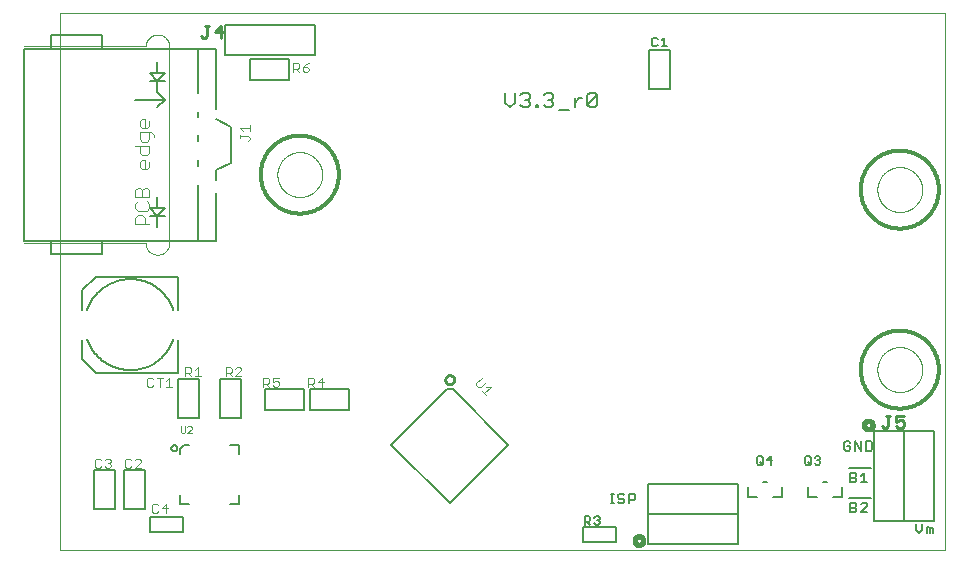
<source format=gto>
G75*
%MOIN*%
%OFA0B0*%
%FSLAX25Y25*%
%IPPOS*%
%LPD*%
%AMOC8*
5,1,8,0,0,1.08239X$1,22.5*
%
%ADD10C,0.00000*%
%ADD11C,0.00800*%
%ADD12C,0.01200*%
%ADD13C,0.01600*%
%ADD14C,0.00600*%
%ADD15C,0.01000*%
%ADD16C,0.00400*%
%ADD17C,0.00500*%
%ADD18C,0.00700*%
%ADD19C,0.00100*%
%ADD20C,0.00200*%
D10*
X0013250Y0007846D02*
X0013250Y0186547D01*
X0308171Y0186547D01*
X0308171Y0007846D01*
X0013250Y0007846D01*
X0085775Y0132846D02*
X0085777Y0133029D01*
X0085784Y0133213D01*
X0085795Y0133396D01*
X0085811Y0133579D01*
X0085831Y0133761D01*
X0085856Y0133943D01*
X0085885Y0134124D01*
X0085919Y0134304D01*
X0085957Y0134484D01*
X0085999Y0134662D01*
X0086046Y0134840D01*
X0086097Y0135016D01*
X0086152Y0135191D01*
X0086212Y0135364D01*
X0086276Y0135536D01*
X0086344Y0135707D01*
X0086416Y0135875D01*
X0086493Y0136042D01*
X0086573Y0136207D01*
X0086658Y0136370D01*
X0086746Y0136530D01*
X0086838Y0136689D01*
X0086935Y0136845D01*
X0087035Y0136999D01*
X0087139Y0137150D01*
X0087246Y0137299D01*
X0087357Y0137445D01*
X0087472Y0137588D01*
X0087590Y0137728D01*
X0087711Y0137866D01*
X0087836Y0138000D01*
X0087964Y0138132D01*
X0088096Y0138260D01*
X0088230Y0138385D01*
X0088368Y0138506D01*
X0088508Y0138624D01*
X0088651Y0138739D01*
X0088797Y0138850D01*
X0088946Y0138957D01*
X0089097Y0139061D01*
X0089251Y0139161D01*
X0089407Y0139258D01*
X0089566Y0139350D01*
X0089726Y0139438D01*
X0089889Y0139523D01*
X0090054Y0139603D01*
X0090221Y0139680D01*
X0090389Y0139752D01*
X0090560Y0139820D01*
X0090732Y0139884D01*
X0090905Y0139944D01*
X0091080Y0139999D01*
X0091256Y0140050D01*
X0091434Y0140097D01*
X0091612Y0140139D01*
X0091792Y0140177D01*
X0091972Y0140211D01*
X0092153Y0140240D01*
X0092335Y0140265D01*
X0092517Y0140285D01*
X0092700Y0140301D01*
X0092883Y0140312D01*
X0093067Y0140319D01*
X0093250Y0140321D01*
X0093433Y0140319D01*
X0093617Y0140312D01*
X0093800Y0140301D01*
X0093983Y0140285D01*
X0094165Y0140265D01*
X0094347Y0140240D01*
X0094528Y0140211D01*
X0094708Y0140177D01*
X0094888Y0140139D01*
X0095066Y0140097D01*
X0095244Y0140050D01*
X0095420Y0139999D01*
X0095595Y0139944D01*
X0095768Y0139884D01*
X0095940Y0139820D01*
X0096111Y0139752D01*
X0096279Y0139680D01*
X0096446Y0139603D01*
X0096611Y0139523D01*
X0096774Y0139438D01*
X0096934Y0139350D01*
X0097093Y0139258D01*
X0097249Y0139161D01*
X0097403Y0139061D01*
X0097554Y0138957D01*
X0097703Y0138850D01*
X0097849Y0138739D01*
X0097992Y0138624D01*
X0098132Y0138506D01*
X0098270Y0138385D01*
X0098404Y0138260D01*
X0098536Y0138132D01*
X0098664Y0138000D01*
X0098789Y0137866D01*
X0098910Y0137728D01*
X0099028Y0137588D01*
X0099143Y0137445D01*
X0099254Y0137299D01*
X0099361Y0137150D01*
X0099465Y0136999D01*
X0099565Y0136845D01*
X0099662Y0136689D01*
X0099754Y0136530D01*
X0099842Y0136370D01*
X0099927Y0136207D01*
X0100007Y0136042D01*
X0100084Y0135875D01*
X0100156Y0135707D01*
X0100224Y0135536D01*
X0100288Y0135364D01*
X0100348Y0135191D01*
X0100403Y0135016D01*
X0100454Y0134840D01*
X0100501Y0134662D01*
X0100543Y0134484D01*
X0100581Y0134304D01*
X0100615Y0134124D01*
X0100644Y0133943D01*
X0100669Y0133761D01*
X0100689Y0133579D01*
X0100705Y0133396D01*
X0100716Y0133213D01*
X0100723Y0133029D01*
X0100725Y0132846D01*
X0100723Y0132663D01*
X0100716Y0132479D01*
X0100705Y0132296D01*
X0100689Y0132113D01*
X0100669Y0131931D01*
X0100644Y0131749D01*
X0100615Y0131568D01*
X0100581Y0131388D01*
X0100543Y0131208D01*
X0100501Y0131030D01*
X0100454Y0130852D01*
X0100403Y0130676D01*
X0100348Y0130501D01*
X0100288Y0130328D01*
X0100224Y0130156D01*
X0100156Y0129985D01*
X0100084Y0129817D01*
X0100007Y0129650D01*
X0099927Y0129485D01*
X0099842Y0129322D01*
X0099754Y0129162D01*
X0099662Y0129003D01*
X0099565Y0128847D01*
X0099465Y0128693D01*
X0099361Y0128542D01*
X0099254Y0128393D01*
X0099143Y0128247D01*
X0099028Y0128104D01*
X0098910Y0127964D01*
X0098789Y0127826D01*
X0098664Y0127692D01*
X0098536Y0127560D01*
X0098404Y0127432D01*
X0098270Y0127307D01*
X0098132Y0127186D01*
X0097992Y0127068D01*
X0097849Y0126953D01*
X0097703Y0126842D01*
X0097554Y0126735D01*
X0097403Y0126631D01*
X0097249Y0126531D01*
X0097093Y0126434D01*
X0096934Y0126342D01*
X0096774Y0126254D01*
X0096611Y0126169D01*
X0096446Y0126089D01*
X0096279Y0126012D01*
X0096111Y0125940D01*
X0095940Y0125872D01*
X0095768Y0125808D01*
X0095595Y0125748D01*
X0095420Y0125693D01*
X0095244Y0125642D01*
X0095066Y0125595D01*
X0094888Y0125553D01*
X0094708Y0125515D01*
X0094528Y0125481D01*
X0094347Y0125452D01*
X0094165Y0125427D01*
X0093983Y0125407D01*
X0093800Y0125391D01*
X0093617Y0125380D01*
X0093433Y0125373D01*
X0093250Y0125371D01*
X0093067Y0125373D01*
X0092883Y0125380D01*
X0092700Y0125391D01*
X0092517Y0125407D01*
X0092335Y0125427D01*
X0092153Y0125452D01*
X0091972Y0125481D01*
X0091792Y0125515D01*
X0091612Y0125553D01*
X0091434Y0125595D01*
X0091256Y0125642D01*
X0091080Y0125693D01*
X0090905Y0125748D01*
X0090732Y0125808D01*
X0090560Y0125872D01*
X0090389Y0125940D01*
X0090221Y0126012D01*
X0090054Y0126089D01*
X0089889Y0126169D01*
X0089726Y0126254D01*
X0089566Y0126342D01*
X0089407Y0126434D01*
X0089251Y0126531D01*
X0089097Y0126631D01*
X0088946Y0126735D01*
X0088797Y0126842D01*
X0088651Y0126953D01*
X0088508Y0127068D01*
X0088368Y0127186D01*
X0088230Y0127307D01*
X0088096Y0127432D01*
X0087964Y0127560D01*
X0087836Y0127692D01*
X0087711Y0127826D01*
X0087590Y0127964D01*
X0087472Y0128104D01*
X0087357Y0128247D01*
X0087246Y0128393D01*
X0087139Y0128542D01*
X0087035Y0128693D01*
X0086935Y0128847D01*
X0086838Y0129003D01*
X0086746Y0129162D01*
X0086658Y0129322D01*
X0086573Y0129485D01*
X0086493Y0129650D01*
X0086416Y0129817D01*
X0086344Y0129985D01*
X0086276Y0130156D01*
X0086212Y0130328D01*
X0086152Y0130501D01*
X0086097Y0130676D01*
X0086046Y0130852D01*
X0085999Y0131030D01*
X0085957Y0131208D01*
X0085919Y0131388D01*
X0085885Y0131568D01*
X0085856Y0131749D01*
X0085831Y0131931D01*
X0085811Y0132113D01*
X0085795Y0132296D01*
X0085784Y0132479D01*
X0085777Y0132663D01*
X0085775Y0132846D01*
X0285775Y0127846D02*
X0285777Y0128029D01*
X0285784Y0128213D01*
X0285795Y0128396D01*
X0285811Y0128579D01*
X0285831Y0128761D01*
X0285856Y0128943D01*
X0285885Y0129124D01*
X0285919Y0129304D01*
X0285957Y0129484D01*
X0285999Y0129662D01*
X0286046Y0129840D01*
X0286097Y0130016D01*
X0286152Y0130191D01*
X0286212Y0130364D01*
X0286276Y0130536D01*
X0286344Y0130707D01*
X0286416Y0130875D01*
X0286493Y0131042D01*
X0286573Y0131207D01*
X0286658Y0131370D01*
X0286746Y0131530D01*
X0286838Y0131689D01*
X0286935Y0131845D01*
X0287035Y0131999D01*
X0287139Y0132150D01*
X0287246Y0132299D01*
X0287357Y0132445D01*
X0287472Y0132588D01*
X0287590Y0132728D01*
X0287711Y0132866D01*
X0287836Y0133000D01*
X0287964Y0133132D01*
X0288096Y0133260D01*
X0288230Y0133385D01*
X0288368Y0133506D01*
X0288508Y0133624D01*
X0288651Y0133739D01*
X0288797Y0133850D01*
X0288946Y0133957D01*
X0289097Y0134061D01*
X0289251Y0134161D01*
X0289407Y0134258D01*
X0289566Y0134350D01*
X0289726Y0134438D01*
X0289889Y0134523D01*
X0290054Y0134603D01*
X0290221Y0134680D01*
X0290389Y0134752D01*
X0290560Y0134820D01*
X0290732Y0134884D01*
X0290905Y0134944D01*
X0291080Y0134999D01*
X0291256Y0135050D01*
X0291434Y0135097D01*
X0291612Y0135139D01*
X0291792Y0135177D01*
X0291972Y0135211D01*
X0292153Y0135240D01*
X0292335Y0135265D01*
X0292517Y0135285D01*
X0292700Y0135301D01*
X0292883Y0135312D01*
X0293067Y0135319D01*
X0293250Y0135321D01*
X0293433Y0135319D01*
X0293617Y0135312D01*
X0293800Y0135301D01*
X0293983Y0135285D01*
X0294165Y0135265D01*
X0294347Y0135240D01*
X0294528Y0135211D01*
X0294708Y0135177D01*
X0294888Y0135139D01*
X0295066Y0135097D01*
X0295244Y0135050D01*
X0295420Y0134999D01*
X0295595Y0134944D01*
X0295768Y0134884D01*
X0295940Y0134820D01*
X0296111Y0134752D01*
X0296279Y0134680D01*
X0296446Y0134603D01*
X0296611Y0134523D01*
X0296774Y0134438D01*
X0296934Y0134350D01*
X0297093Y0134258D01*
X0297249Y0134161D01*
X0297403Y0134061D01*
X0297554Y0133957D01*
X0297703Y0133850D01*
X0297849Y0133739D01*
X0297992Y0133624D01*
X0298132Y0133506D01*
X0298270Y0133385D01*
X0298404Y0133260D01*
X0298536Y0133132D01*
X0298664Y0133000D01*
X0298789Y0132866D01*
X0298910Y0132728D01*
X0299028Y0132588D01*
X0299143Y0132445D01*
X0299254Y0132299D01*
X0299361Y0132150D01*
X0299465Y0131999D01*
X0299565Y0131845D01*
X0299662Y0131689D01*
X0299754Y0131530D01*
X0299842Y0131370D01*
X0299927Y0131207D01*
X0300007Y0131042D01*
X0300084Y0130875D01*
X0300156Y0130707D01*
X0300224Y0130536D01*
X0300288Y0130364D01*
X0300348Y0130191D01*
X0300403Y0130016D01*
X0300454Y0129840D01*
X0300501Y0129662D01*
X0300543Y0129484D01*
X0300581Y0129304D01*
X0300615Y0129124D01*
X0300644Y0128943D01*
X0300669Y0128761D01*
X0300689Y0128579D01*
X0300705Y0128396D01*
X0300716Y0128213D01*
X0300723Y0128029D01*
X0300725Y0127846D01*
X0300723Y0127663D01*
X0300716Y0127479D01*
X0300705Y0127296D01*
X0300689Y0127113D01*
X0300669Y0126931D01*
X0300644Y0126749D01*
X0300615Y0126568D01*
X0300581Y0126388D01*
X0300543Y0126208D01*
X0300501Y0126030D01*
X0300454Y0125852D01*
X0300403Y0125676D01*
X0300348Y0125501D01*
X0300288Y0125328D01*
X0300224Y0125156D01*
X0300156Y0124985D01*
X0300084Y0124817D01*
X0300007Y0124650D01*
X0299927Y0124485D01*
X0299842Y0124322D01*
X0299754Y0124162D01*
X0299662Y0124003D01*
X0299565Y0123847D01*
X0299465Y0123693D01*
X0299361Y0123542D01*
X0299254Y0123393D01*
X0299143Y0123247D01*
X0299028Y0123104D01*
X0298910Y0122964D01*
X0298789Y0122826D01*
X0298664Y0122692D01*
X0298536Y0122560D01*
X0298404Y0122432D01*
X0298270Y0122307D01*
X0298132Y0122186D01*
X0297992Y0122068D01*
X0297849Y0121953D01*
X0297703Y0121842D01*
X0297554Y0121735D01*
X0297403Y0121631D01*
X0297249Y0121531D01*
X0297093Y0121434D01*
X0296934Y0121342D01*
X0296774Y0121254D01*
X0296611Y0121169D01*
X0296446Y0121089D01*
X0296279Y0121012D01*
X0296111Y0120940D01*
X0295940Y0120872D01*
X0295768Y0120808D01*
X0295595Y0120748D01*
X0295420Y0120693D01*
X0295244Y0120642D01*
X0295066Y0120595D01*
X0294888Y0120553D01*
X0294708Y0120515D01*
X0294528Y0120481D01*
X0294347Y0120452D01*
X0294165Y0120427D01*
X0293983Y0120407D01*
X0293800Y0120391D01*
X0293617Y0120380D01*
X0293433Y0120373D01*
X0293250Y0120371D01*
X0293067Y0120373D01*
X0292883Y0120380D01*
X0292700Y0120391D01*
X0292517Y0120407D01*
X0292335Y0120427D01*
X0292153Y0120452D01*
X0291972Y0120481D01*
X0291792Y0120515D01*
X0291612Y0120553D01*
X0291434Y0120595D01*
X0291256Y0120642D01*
X0291080Y0120693D01*
X0290905Y0120748D01*
X0290732Y0120808D01*
X0290560Y0120872D01*
X0290389Y0120940D01*
X0290221Y0121012D01*
X0290054Y0121089D01*
X0289889Y0121169D01*
X0289726Y0121254D01*
X0289566Y0121342D01*
X0289407Y0121434D01*
X0289251Y0121531D01*
X0289097Y0121631D01*
X0288946Y0121735D01*
X0288797Y0121842D01*
X0288651Y0121953D01*
X0288508Y0122068D01*
X0288368Y0122186D01*
X0288230Y0122307D01*
X0288096Y0122432D01*
X0287964Y0122560D01*
X0287836Y0122692D01*
X0287711Y0122826D01*
X0287590Y0122964D01*
X0287472Y0123104D01*
X0287357Y0123247D01*
X0287246Y0123393D01*
X0287139Y0123542D01*
X0287035Y0123693D01*
X0286935Y0123847D01*
X0286838Y0124003D01*
X0286746Y0124162D01*
X0286658Y0124322D01*
X0286573Y0124485D01*
X0286493Y0124650D01*
X0286416Y0124817D01*
X0286344Y0124985D01*
X0286276Y0125156D01*
X0286212Y0125328D01*
X0286152Y0125501D01*
X0286097Y0125676D01*
X0286046Y0125852D01*
X0285999Y0126030D01*
X0285957Y0126208D01*
X0285919Y0126388D01*
X0285885Y0126568D01*
X0285856Y0126749D01*
X0285831Y0126931D01*
X0285811Y0127113D01*
X0285795Y0127296D01*
X0285784Y0127479D01*
X0285777Y0127663D01*
X0285775Y0127846D01*
X0285775Y0067846D02*
X0285777Y0068029D01*
X0285784Y0068213D01*
X0285795Y0068396D01*
X0285811Y0068579D01*
X0285831Y0068761D01*
X0285856Y0068943D01*
X0285885Y0069124D01*
X0285919Y0069304D01*
X0285957Y0069484D01*
X0285999Y0069662D01*
X0286046Y0069840D01*
X0286097Y0070016D01*
X0286152Y0070191D01*
X0286212Y0070364D01*
X0286276Y0070536D01*
X0286344Y0070707D01*
X0286416Y0070875D01*
X0286493Y0071042D01*
X0286573Y0071207D01*
X0286658Y0071370D01*
X0286746Y0071530D01*
X0286838Y0071689D01*
X0286935Y0071845D01*
X0287035Y0071999D01*
X0287139Y0072150D01*
X0287246Y0072299D01*
X0287357Y0072445D01*
X0287472Y0072588D01*
X0287590Y0072728D01*
X0287711Y0072866D01*
X0287836Y0073000D01*
X0287964Y0073132D01*
X0288096Y0073260D01*
X0288230Y0073385D01*
X0288368Y0073506D01*
X0288508Y0073624D01*
X0288651Y0073739D01*
X0288797Y0073850D01*
X0288946Y0073957D01*
X0289097Y0074061D01*
X0289251Y0074161D01*
X0289407Y0074258D01*
X0289566Y0074350D01*
X0289726Y0074438D01*
X0289889Y0074523D01*
X0290054Y0074603D01*
X0290221Y0074680D01*
X0290389Y0074752D01*
X0290560Y0074820D01*
X0290732Y0074884D01*
X0290905Y0074944D01*
X0291080Y0074999D01*
X0291256Y0075050D01*
X0291434Y0075097D01*
X0291612Y0075139D01*
X0291792Y0075177D01*
X0291972Y0075211D01*
X0292153Y0075240D01*
X0292335Y0075265D01*
X0292517Y0075285D01*
X0292700Y0075301D01*
X0292883Y0075312D01*
X0293067Y0075319D01*
X0293250Y0075321D01*
X0293433Y0075319D01*
X0293617Y0075312D01*
X0293800Y0075301D01*
X0293983Y0075285D01*
X0294165Y0075265D01*
X0294347Y0075240D01*
X0294528Y0075211D01*
X0294708Y0075177D01*
X0294888Y0075139D01*
X0295066Y0075097D01*
X0295244Y0075050D01*
X0295420Y0074999D01*
X0295595Y0074944D01*
X0295768Y0074884D01*
X0295940Y0074820D01*
X0296111Y0074752D01*
X0296279Y0074680D01*
X0296446Y0074603D01*
X0296611Y0074523D01*
X0296774Y0074438D01*
X0296934Y0074350D01*
X0297093Y0074258D01*
X0297249Y0074161D01*
X0297403Y0074061D01*
X0297554Y0073957D01*
X0297703Y0073850D01*
X0297849Y0073739D01*
X0297992Y0073624D01*
X0298132Y0073506D01*
X0298270Y0073385D01*
X0298404Y0073260D01*
X0298536Y0073132D01*
X0298664Y0073000D01*
X0298789Y0072866D01*
X0298910Y0072728D01*
X0299028Y0072588D01*
X0299143Y0072445D01*
X0299254Y0072299D01*
X0299361Y0072150D01*
X0299465Y0071999D01*
X0299565Y0071845D01*
X0299662Y0071689D01*
X0299754Y0071530D01*
X0299842Y0071370D01*
X0299927Y0071207D01*
X0300007Y0071042D01*
X0300084Y0070875D01*
X0300156Y0070707D01*
X0300224Y0070536D01*
X0300288Y0070364D01*
X0300348Y0070191D01*
X0300403Y0070016D01*
X0300454Y0069840D01*
X0300501Y0069662D01*
X0300543Y0069484D01*
X0300581Y0069304D01*
X0300615Y0069124D01*
X0300644Y0068943D01*
X0300669Y0068761D01*
X0300689Y0068579D01*
X0300705Y0068396D01*
X0300716Y0068213D01*
X0300723Y0068029D01*
X0300725Y0067846D01*
X0300723Y0067663D01*
X0300716Y0067479D01*
X0300705Y0067296D01*
X0300689Y0067113D01*
X0300669Y0066931D01*
X0300644Y0066749D01*
X0300615Y0066568D01*
X0300581Y0066388D01*
X0300543Y0066208D01*
X0300501Y0066030D01*
X0300454Y0065852D01*
X0300403Y0065676D01*
X0300348Y0065501D01*
X0300288Y0065328D01*
X0300224Y0065156D01*
X0300156Y0064985D01*
X0300084Y0064817D01*
X0300007Y0064650D01*
X0299927Y0064485D01*
X0299842Y0064322D01*
X0299754Y0064162D01*
X0299662Y0064003D01*
X0299565Y0063847D01*
X0299465Y0063693D01*
X0299361Y0063542D01*
X0299254Y0063393D01*
X0299143Y0063247D01*
X0299028Y0063104D01*
X0298910Y0062964D01*
X0298789Y0062826D01*
X0298664Y0062692D01*
X0298536Y0062560D01*
X0298404Y0062432D01*
X0298270Y0062307D01*
X0298132Y0062186D01*
X0297992Y0062068D01*
X0297849Y0061953D01*
X0297703Y0061842D01*
X0297554Y0061735D01*
X0297403Y0061631D01*
X0297249Y0061531D01*
X0297093Y0061434D01*
X0296934Y0061342D01*
X0296774Y0061254D01*
X0296611Y0061169D01*
X0296446Y0061089D01*
X0296279Y0061012D01*
X0296111Y0060940D01*
X0295940Y0060872D01*
X0295768Y0060808D01*
X0295595Y0060748D01*
X0295420Y0060693D01*
X0295244Y0060642D01*
X0295066Y0060595D01*
X0294888Y0060553D01*
X0294708Y0060515D01*
X0294528Y0060481D01*
X0294347Y0060452D01*
X0294165Y0060427D01*
X0293983Y0060407D01*
X0293800Y0060391D01*
X0293617Y0060380D01*
X0293433Y0060373D01*
X0293250Y0060371D01*
X0293067Y0060373D01*
X0292883Y0060380D01*
X0292700Y0060391D01*
X0292517Y0060407D01*
X0292335Y0060427D01*
X0292153Y0060452D01*
X0291972Y0060481D01*
X0291792Y0060515D01*
X0291612Y0060553D01*
X0291434Y0060595D01*
X0291256Y0060642D01*
X0291080Y0060693D01*
X0290905Y0060748D01*
X0290732Y0060808D01*
X0290560Y0060872D01*
X0290389Y0060940D01*
X0290221Y0061012D01*
X0290054Y0061089D01*
X0289889Y0061169D01*
X0289726Y0061254D01*
X0289566Y0061342D01*
X0289407Y0061434D01*
X0289251Y0061531D01*
X0289097Y0061631D01*
X0288946Y0061735D01*
X0288797Y0061842D01*
X0288651Y0061953D01*
X0288508Y0062068D01*
X0288368Y0062186D01*
X0288230Y0062307D01*
X0288096Y0062432D01*
X0287964Y0062560D01*
X0287836Y0062692D01*
X0287711Y0062826D01*
X0287590Y0062964D01*
X0287472Y0063104D01*
X0287357Y0063247D01*
X0287246Y0063393D01*
X0287139Y0063542D01*
X0287035Y0063693D01*
X0286935Y0063847D01*
X0286838Y0064003D01*
X0286746Y0064162D01*
X0286658Y0064322D01*
X0286573Y0064485D01*
X0286493Y0064650D01*
X0286416Y0064817D01*
X0286344Y0064985D01*
X0286276Y0065156D01*
X0286212Y0065328D01*
X0286152Y0065501D01*
X0286097Y0065676D01*
X0286046Y0065852D01*
X0285999Y0066030D01*
X0285957Y0066208D01*
X0285919Y0066388D01*
X0285885Y0066568D01*
X0285856Y0066749D01*
X0285831Y0066931D01*
X0285811Y0067113D01*
X0285795Y0067296D01*
X0285784Y0067479D01*
X0285777Y0067663D01*
X0285775Y0067846D01*
D11*
X0283618Y0043949D02*
X0282016Y0043949D01*
X0282016Y0040746D01*
X0283618Y0040746D01*
X0284151Y0041280D01*
X0284151Y0043415D01*
X0283618Y0043949D01*
X0280468Y0043949D02*
X0280468Y0040746D01*
X0278333Y0043949D01*
X0278333Y0040746D01*
X0276785Y0041280D02*
X0276785Y0042347D01*
X0275718Y0042347D01*
X0276785Y0041280D02*
X0276251Y0040746D01*
X0275184Y0040746D01*
X0274650Y0041280D01*
X0274650Y0043415D01*
X0275184Y0043949D01*
X0276251Y0043949D01*
X0276785Y0043415D01*
X0276250Y0035046D02*
X0283616Y0035046D01*
X0281401Y0033449D02*
X0281401Y0030246D01*
X0282468Y0030246D02*
X0280333Y0030246D01*
X0278785Y0030780D02*
X0278251Y0030246D01*
X0276650Y0030246D01*
X0276650Y0033449D01*
X0278251Y0033449D01*
X0278785Y0032915D01*
X0278785Y0032381D01*
X0278251Y0031847D01*
X0276650Y0031847D01*
X0278251Y0031847D02*
X0278785Y0031314D01*
X0278785Y0030780D01*
X0280333Y0032381D02*
X0281401Y0033449D01*
X0283616Y0025046D02*
X0276250Y0025046D01*
X0276650Y0023449D02*
X0278251Y0023449D01*
X0278785Y0022915D01*
X0278785Y0022381D01*
X0278251Y0021847D01*
X0276650Y0021847D01*
X0276650Y0020246D02*
X0278251Y0020246D01*
X0278785Y0020780D01*
X0278785Y0021314D01*
X0278251Y0021847D01*
X0276650Y0020246D02*
X0276650Y0023449D01*
X0280333Y0022915D02*
X0280867Y0023449D01*
X0281935Y0023449D01*
X0282468Y0022915D01*
X0282468Y0022381D01*
X0280333Y0020246D01*
X0282468Y0020246D01*
X0298650Y0016449D02*
X0298650Y0014314D01*
X0299718Y0013246D01*
X0300785Y0014314D01*
X0300785Y0016449D01*
X0302333Y0015381D02*
X0302867Y0015381D01*
X0303401Y0014847D01*
X0303935Y0015381D01*
X0304468Y0014847D01*
X0304468Y0013246D01*
X0303401Y0013246D02*
X0303401Y0014847D01*
X0302333Y0015381D02*
X0302333Y0013246D01*
X0205102Y0024847D02*
X0204568Y0024314D01*
X0202967Y0024314D01*
X0202967Y0023246D02*
X0202967Y0026449D01*
X0204568Y0026449D01*
X0205102Y0025915D01*
X0205102Y0024847D01*
X0201419Y0024314D02*
X0201419Y0023780D01*
X0200885Y0023246D01*
X0199817Y0023246D01*
X0199284Y0023780D01*
X0199817Y0024847D02*
X0200885Y0024847D01*
X0201419Y0024314D01*
X0201419Y0025915D02*
X0200885Y0026449D01*
X0199817Y0026449D01*
X0199284Y0025915D01*
X0199284Y0025381D01*
X0199817Y0024847D01*
X0197896Y0023246D02*
X0196828Y0023246D01*
X0197362Y0023246D02*
X0197362Y0026449D01*
X0196828Y0026449D02*
X0197896Y0026449D01*
X0052750Y0066846D02*
X0052750Y0077846D01*
X0052750Y0087846D02*
X0052750Y0098846D01*
X0025250Y0098846D01*
X0020805Y0094460D01*
X0020750Y0094346D02*
X0020750Y0087846D01*
X0020750Y0077846D02*
X0020750Y0071346D01*
X0020805Y0071232D02*
X0025250Y0066846D01*
X0052750Y0066846D01*
X0051150Y0087646D02*
X0051028Y0087997D01*
X0050898Y0088345D01*
X0050759Y0088690D01*
X0050612Y0089031D01*
X0050456Y0089369D01*
X0050292Y0089703D01*
X0050120Y0090032D01*
X0049940Y0090358D01*
X0049752Y0090678D01*
X0049556Y0090994D01*
X0049353Y0091306D01*
X0049142Y0091612D01*
X0048924Y0091912D01*
X0048698Y0092208D01*
X0048465Y0092498D01*
X0048225Y0092782D01*
X0047979Y0093060D01*
X0047725Y0093332D01*
X0047465Y0093597D01*
X0047199Y0093856D01*
X0046926Y0094109D01*
X0046647Y0094355D01*
X0046362Y0094594D01*
X0046072Y0094826D01*
X0045775Y0095050D01*
X0045474Y0095268D01*
X0045167Y0095478D01*
X0044855Y0095680D01*
X0044538Y0095874D01*
X0044217Y0096061D01*
X0043891Y0096240D01*
X0043561Y0096411D01*
X0043227Y0096574D01*
X0042889Y0096728D01*
X0042547Y0096874D01*
X0042202Y0097012D01*
X0041853Y0097141D01*
X0041502Y0097262D01*
X0041147Y0097374D01*
X0040790Y0097477D01*
X0040430Y0097572D01*
X0040069Y0097658D01*
X0039705Y0097735D01*
X0039340Y0097802D01*
X0038972Y0097861D01*
X0038604Y0097911D01*
X0038235Y0097952D01*
X0037864Y0097984D01*
X0037493Y0098007D01*
X0037122Y0098020D01*
X0036750Y0098025D01*
X0036378Y0098020D01*
X0036007Y0098007D01*
X0035636Y0097984D01*
X0035265Y0097952D01*
X0034896Y0097911D01*
X0034528Y0097861D01*
X0034160Y0097802D01*
X0033795Y0097735D01*
X0033431Y0097658D01*
X0033070Y0097572D01*
X0032710Y0097477D01*
X0032353Y0097374D01*
X0031998Y0097262D01*
X0031647Y0097141D01*
X0031298Y0097012D01*
X0030953Y0096874D01*
X0030611Y0096728D01*
X0030273Y0096574D01*
X0029939Y0096411D01*
X0029609Y0096240D01*
X0029283Y0096061D01*
X0028962Y0095874D01*
X0028645Y0095680D01*
X0028333Y0095478D01*
X0028026Y0095268D01*
X0027725Y0095050D01*
X0027428Y0094826D01*
X0027138Y0094594D01*
X0026853Y0094355D01*
X0026574Y0094109D01*
X0026301Y0093856D01*
X0026035Y0093597D01*
X0025775Y0093332D01*
X0025521Y0093060D01*
X0025275Y0092782D01*
X0025035Y0092498D01*
X0024802Y0092208D01*
X0024576Y0091912D01*
X0024358Y0091612D01*
X0024147Y0091306D01*
X0023944Y0090994D01*
X0023748Y0090678D01*
X0023560Y0090358D01*
X0023380Y0090032D01*
X0023208Y0089703D01*
X0023044Y0089369D01*
X0022888Y0089031D01*
X0022741Y0088690D01*
X0022602Y0088345D01*
X0022472Y0087997D01*
X0022350Y0087646D01*
X0022350Y0078046D02*
X0022472Y0077695D01*
X0022602Y0077347D01*
X0022741Y0077002D01*
X0022888Y0076661D01*
X0023044Y0076323D01*
X0023208Y0075989D01*
X0023380Y0075660D01*
X0023560Y0075334D01*
X0023748Y0075014D01*
X0023944Y0074698D01*
X0024147Y0074386D01*
X0024358Y0074080D01*
X0024576Y0073780D01*
X0024802Y0073484D01*
X0025035Y0073194D01*
X0025275Y0072910D01*
X0025521Y0072632D01*
X0025775Y0072360D01*
X0026035Y0072095D01*
X0026301Y0071836D01*
X0026574Y0071583D01*
X0026853Y0071337D01*
X0027138Y0071098D01*
X0027428Y0070866D01*
X0027725Y0070642D01*
X0028026Y0070424D01*
X0028333Y0070214D01*
X0028645Y0070012D01*
X0028962Y0069818D01*
X0029283Y0069631D01*
X0029609Y0069452D01*
X0029939Y0069281D01*
X0030273Y0069118D01*
X0030611Y0068964D01*
X0030953Y0068818D01*
X0031298Y0068680D01*
X0031647Y0068551D01*
X0031998Y0068430D01*
X0032353Y0068318D01*
X0032710Y0068215D01*
X0033070Y0068120D01*
X0033431Y0068034D01*
X0033795Y0067957D01*
X0034160Y0067890D01*
X0034528Y0067831D01*
X0034896Y0067781D01*
X0035265Y0067740D01*
X0035636Y0067708D01*
X0036007Y0067685D01*
X0036378Y0067672D01*
X0036750Y0067667D01*
X0037122Y0067672D01*
X0037493Y0067685D01*
X0037864Y0067708D01*
X0038235Y0067740D01*
X0038604Y0067781D01*
X0038972Y0067831D01*
X0039340Y0067890D01*
X0039705Y0067957D01*
X0040069Y0068034D01*
X0040430Y0068120D01*
X0040790Y0068215D01*
X0041147Y0068318D01*
X0041502Y0068430D01*
X0041853Y0068551D01*
X0042202Y0068680D01*
X0042547Y0068818D01*
X0042889Y0068964D01*
X0043227Y0069118D01*
X0043561Y0069281D01*
X0043891Y0069452D01*
X0044217Y0069631D01*
X0044538Y0069818D01*
X0044855Y0070012D01*
X0045167Y0070214D01*
X0045474Y0070424D01*
X0045775Y0070642D01*
X0046072Y0070866D01*
X0046362Y0071098D01*
X0046647Y0071337D01*
X0046926Y0071583D01*
X0047199Y0071836D01*
X0047465Y0072095D01*
X0047725Y0072360D01*
X0047979Y0072632D01*
X0048225Y0072910D01*
X0048465Y0073194D01*
X0048698Y0073484D01*
X0048924Y0073780D01*
X0049142Y0074080D01*
X0049353Y0074386D01*
X0049556Y0074698D01*
X0049752Y0075014D01*
X0049940Y0075334D01*
X0050120Y0075660D01*
X0050292Y0075989D01*
X0050456Y0076323D01*
X0050612Y0076661D01*
X0050759Y0077002D01*
X0050898Y0077347D01*
X0051028Y0077695D01*
X0051150Y0078046D01*
X0161650Y0156847D02*
X0163251Y0155246D01*
X0164853Y0156847D01*
X0164853Y0160050D01*
X0166806Y0159249D02*
X0167607Y0160050D01*
X0169208Y0160050D01*
X0170009Y0159249D01*
X0170009Y0158449D01*
X0169208Y0157648D01*
X0170009Y0156847D01*
X0170009Y0156047D01*
X0169208Y0155246D01*
X0167607Y0155246D01*
X0166806Y0156047D01*
X0168408Y0157648D02*
X0169208Y0157648D01*
X0171963Y0156047D02*
X0172763Y0156047D01*
X0172763Y0155246D01*
X0171963Y0155246D01*
X0171963Y0156047D01*
X0174541Y0156047D02*
X0175342Y0155246D01*
X0176943Y0155246D01*
X0177744Y0156047D01*
X0177744Y0156847D01*
X0176943Y0157648D01*
X0176142Y0157648D01*
X0176943Y0157648D02*
X0177744Y0158449D01*
X0177744Y0159249D01*
X0176943Y0160050D01*
X0175342Y0160050D01*
X0174541Y0159249D01*
X0179697Y0154445D02*
X0182900Y0154445D01*
X0184854Y0155246D02*
X0184854Y0158449D01*
X0186455Y0158449D02*
X0184854Y0156847D01*
X0186455Y0158449D02*
X0187256Y0158449D01*
X0189151Y0159249D02*
X0189151Y0156047D01*
X0192354Y0159249D01*
X0192354Y0156047D01*
X0191553Y0155246D01*
X0189951Y0155246D01*
X0189151Y0156047D01*
X0189151Y0159249D02*
X0189951Y0160050D01*
X0191553Y0160050D01*
X0192354Y0159249D01*
X0161650Y0160050D02*
X0161650Y0156847D01*
D12*
X0080250Y0132846D02*
X0080254Y0133165D01*
X0080266Y0133484D01*
X0080285Y0133802D01*
X0080313Y0134120D01*
X0080348Y0134437D01*
X0080391Y0134753D01*
X0080441Y0135069D01*
X0080500Y0135382D01*
X0080566Y0135694D01*
X0080640Y0136005D01*
X0080721Y0136313D01*
X0080810Y0136620D01*
X0080906Y0136924D01*
X0081010Y0137226D01*
X0081121Y0137525D01*
X0081240Y0137821D01*
X0081365Y0138114D01*
X0081498Y0138404D01*
X0081638Y0138691D01*
X0081785Y0138974D01*
X0081939Y0139254D01*
X0082100Y0139529D01*
X0082267Y0139801D01*
X0082441Y0140068D01*
X0082621Y0140332D01*
X0082808Y0140590D01*
X0083001Y0140844D01*
X0083201Y0141093D01*
X0083406Y0141337D01*
X0083618Y0141576D01*
X0083835Y0141810D01*
X0084058Y0142038D01*
X0084286Y0142261D01*
X0084520Y0142478D01*
X0084759Y0142690D01*
X0085003Y0142895D01*
X0085252Y0143095D01*
X0085506Y0143288D01*
X0085764Y0143475D01*
X0086028Y0143655D01*
X0086295Y0143829D01*
X0086567Y0143996D01*
X0086842Y0144157D01*
X0087122Y0144311D01*
X0087405Y0144458D01*
X0087692Y0144598D01*
X0087982Y0144731D01*
X0088275Y0144856D01*
X0088571Y0144975D01*
X0088870Y0145086D01*
X0089172Y0145190D01*
X0089476Y0145286D01*
X0089783Y0145375D01*
X0090091Y0145456D01*
X0090402Y0145530D01*
X0090714Y0145596D01*
X0091027Y0145655D01*
X0091343Y0145705D01*
X0091659Y0145748D01*
X0091976Y0145783D01*
X0092294Y0145811D01*
X0092612Y0145830D01*
X0092931Y0145842D01*
X0093250Y0145846D01*
X0093569Y0145842D01*
X0093888Y0145830D01*
X0094206Y0145811D01*
X0094524Y0145783D01*
X0094841Y0145748D01*
X0095157Y0145705D01*
X0095473Y0145655D01*
X0095786Y0145596D01*
X0096098Y0145530D01*
X0096409Y0145456D01*
X0096717Y0145375D01*
X0097024Y0145286D01*
X0097328Y0145190D01*
X0097630Y0145086D01*
X0097929Y0144975D01*
X0098225Y0144856D01*
X0098518Y0144731D01*
X0098808Y0144598D01*
X0099095Y0144458D01*
X0099378Y0144311D01*
X0099658Y0144157D01*
X0099933Y0143996D01*
X0100205Y0143829D01*
X0100472Y0143655D01*
X0100736Y0143475D01*
X0100994Y0143288D01*
X0101248Y0143095D01*
X0101497Y0142895D01*
X0101741Y0142690D01*
X0101980Y0142478D01*
X0102214Y0142261D01*
X0102442Y0142038D01*
X0102665Y0141810D01*
X0102882Y0141576D01*
X0103094Y0141337D01*
X0103299Y0141093D01*
X0103499Y0140844D01*
X0103692Y0140590D01*
X0103879Y0140332D01*
X0104059Y0140068D01*
X0104233Y0139801D01*
X0104400Y0139529D01*
X0104561Y0139254D01*
X0104715Y0138974D01*
X0104862Y0138691D01*
X0105002Y0138404D01*
X0105135Y0138114D01*
X0105260Y0137821D01*
X0105379Y0137525D01*
X0105490Y0137226D01*
X0105594Y0136924D01*
X0105690Y0136620D01*
X0105779Y0136313D01*
X0105860Y0136005D01*
X0105934Y0135694D01*
X0106000Y0135382D01*
X0106059Y0135069D01*
X0106109Y0134753D01*
X0106152Y0134437D01*
X0106187Y0134120D01*
X0106215Y0133802D01*
X0106234Y0133484D01*
X0106246Y0133165D01*
X0106250Y0132846D01*
X0106246Y0132527D01*
X0106234Y0132208D01*
X0106215Y0131890D01*
X0106187Y0131572D01*
X0106152Y0131255D01*
X0106109Y0130939D01*
X0106059Y0130623D01*
X0106000Y0130310D01*
X0105934Y0129998D01*
X0105860Y0129687D01*
X0105779Y0129379D01*
X0105690Y0129072D01*
X0105594Y0128768D01*
X0105490Y0128466D01*
X0105379Y0128167D01*
X0105260Y0127871D01*
X0105135Y0127578D01*
X0105002Y0127288D01*
X0104862Y0127001D01*
X0104715Y0126718D01*
X0104561Y0126438D01*
X0104400Y0126163D01*
X0104233Y0125891D01*
X0104059Y0125624D01*
X0103879Y0125360D01*
X0103692Y0125102D01*
X0103499Y0124848D01*
X0103299Y0124599D01*
X0103094Y0124355D01*
X0102882Y0124116D01*
X0102665Y0123882D01*
X0102442Y0123654D01*
X0102214Y0123431D01*
X0101980Y0123214D01*
X0101741Y0123002D01*
X0101497Y0122797D01*
X0101248Y0122597D01*
X0100994Y0122404D01*
X0100736Y0122217D01*
X0100472Y0122037D01*
X0100205Y0121863D01*
X0099933Y0121696D01*
X0099658Y0121535D01*
X0099378Y0121381D01*
X0099095Y0121234D01*
X0098808Y0121094D01*
X0098518Y0120961D01*
X0098225Y0120836D01*
X0097929Y0120717D01*
X0097630Y0120606D01*
X0097328Y0120502D01*
X0097024Y0120406D01*
X0096717Y0120317D01*
X0096409Y0120236D01*
X0096098Y0120162D01*
X0095786Y0120096D01*
X0095473Y0120037D01*
X0095157Y0119987D01*
X0094841Y0119944D01*
X0094524Y0119909D01*
X0094206Y0119881D01*
X0093888Y0119862D01*
X0093569Y0119850D01*
X0093250Y0119846D01*
X0092931Y0119850D01*
X0092612Y0119862D01*
X0092294Y0119881D01*
X0091976Y0119909D01*
X0091659Y0119944D01*
X0091343Y0119987D01*
X0091027Y0120037D01*
X0090714Y0120096D01*
X0090402Y0120162D01*
X0090091Y0120236D01*
X0089783Y0120317D01*
X0089476Y0120406D01*
X0089172Y0120502D01*
X0088870Y0120606D01*
X0088571Y0120717D01*
X0088275Y0120836D01*
X0087982Y0120961D01*
X0087692Y0121094D01*
X0087405Y0121234D01*
X0087122Y0121381D01*
X0086842Y0121535D01*
X0086567Y0121696D01*
X0086295Y0121863D01*
X0086028Y0122037D01*
X0085764Y0122217D01*
X0085506Y0122404D01*
X0085252Y0122597D01*
X0085003Y0122797D01*
X0084759Y0123002D01*
X0084520Y0123214D01*
X0084286Y0123431D01*
X0084058Y0123654D01*
X0083835Y0123882D01*
X0083618Y0124116D01*
X0083406Y0124355D01*
X0083201Y0124599D01*
X0083001Y0124848D01*
X0082808Y0125102D01*
X0082621Y0125360D01*
X0082441Y0125624D01*
X0082267Y0125891D01*
X0082100Y0126163D01*
X0081939Y0126438D01*
X0081785Y0126718D01*
X0081638Y0127001D01*
X0081498Y0127288D01*
X0081365Y0127578D01*
X0081240Y0127871D01*
X0081121Y0128167D01*
X0081010Y0128466D01*
X0080906Y0128768D01*
X0080810Y0129072D01*
X0080721Y0129379D01*
X0080640Y0129687D01*
X0080566Y0129998D01*
X0080500Y0130310D01*
X0080441Y0130623D01*
X0080391Y0130939D01*
X0080348Y0131255D01*
X0080313Y0131572D01*
X0080285Y0131890D01*
X0080266Y0132208D01*
X0080254Y0132527D01*
X0080250Y0132846D01*
X0280250Y0127846D02*
X0280254Y0128165D01*
X0280266Y0128484D01*
X0280285Y0128802D01*
X0280313Y0129120D01*
X0280348Y0129437D01*
X0280391Y0129753D01*
X0280441Y0130069D01*
X0280500Y0130382D01*
X0280566Y0130694D01*
X0280640Y0131005D01*
X0280721Y0131313D01*
X0280810Y0131620D01*
X0280906Y0131924D01*
X0281010Y0132226D01*
X0281121Y0132525D01*
X0281240Y0132821D01*
X0281365Y0133114D01*
X0281498Y0133404D01*
X0281638Y0133691D01*
X0281785Y0133974D01*
X0281939Y0134254D01*
X0282100Y0134529D01*
X0282267Y0134801D01*
X0282441Y0135068D01*
X0282621Y0135332D01*
X0282808Y0135590D01*
X0283001Y0135844D01*
X0283201Y0136093D01*
X0283406Y0136337D01*
X0283618Y0136576D01*
X0283835Y0136810D01*
X0284058Y0137038D01*
X0284286Y0137261D01*
X0284520Y0137478D01*
X0284759Y0137690D01*
X0285003Y0137895D01*
X0285252Y0138095D01*
X0285506Y0138288D01*
X0285764Y0138475D01*
X0286028Y0138655D01*
X0286295Y0138829D01*
X0286567Y0138996D01*
X0286842Y0139157D01*
X0287122Y0139311D01*
X0287405Y0139458D01*
X0287692Y0139598D01*
X0287982Y0139731D01*
X0288275Y0139856D01*
X0288571Y0139975D01*
X0288870Y0140086D01*
X0289172Y0140190D01*
X0289476Y0140286D01*
X0289783Y0140375D01*
X0290091Y0140456D01*
X0290402Y0140530D01*
X0290714Y0140596D01*
X0291027Y0140655D01*
X0291343Y0140705D01*
X0291659Y0140748D01*
X0291976Y0140783D01*
X0292294Y0140811D01*
X0292612Y0140830D01*
X0292931Y0140842D01*
X0293250Y0140846D01*
X0293569Y0140842D01*
X0293888Y0140830D01*
X0294206Y0140811D01*
X0294524Y0140783D01*
X0294841Y0140748D01*
X0295157Y0140705D01*
X0295473Y0140655D01*
X0295786Y0140596D01*
X0296098Y0140530D01*
X0296409Y0140456D01*
X0296717Y0140375D01*
X0297024Y0140286D01*
X0297328Y0140190D01*
X0297630Y0140086D01*
X0297929Y0139975D01*
X0298225Y0139856D01*
X0298518Y0139731D01*
X0298808Y0139598D01*
X0299095Y0139458D01*
X0299378Y0139311D01*
X0299658Y0139157D01*
X0299933Y0138996D01*
X0300205Y0138829D01*
X0300472Y0138655D01*
X0300736Y0138475D01*
X0300994Y0138288D01*
X0301248Y0138095D01*
X0301497Y0137895D01*
X0301741Y0137690D01*
X0301980Y0137478D01*
X0302214Y0137261D01*
X0302442Y0137038D01*
X0302665Y0136810D01*
X0302882Y0136576D01*
X0303094Y0136337D01*
X0303299Y0136093D01*
X0303499Y0135844D01*
X0303692Y0135590D01*
X0303879Y0135332D01*
X0304059Y0135068D01*
X0304233Y0134801D01*
X0304400Y0134529D01*
X0304561Y0134254D01*
X0304715Y0133974D01*
X0304862Y0133691D01*
X0305002Y0133404D01*
X0305135Y0133114D01*
X0305260Y0132821D01*
X0305379Y0132525D01*
X0305490Y0132226D01*
X0305594Y0131924D01*
X0305690Y0131620D01*
X0305779Y0131313D01*
X0305860Y0131005D01*
X0305934Y0130694D01*
X0306000Y0130382D01*
X0306059Y0130069D01*
X0306109Y0129753D01*
X0306152Y0129437D01*
X0306187Y0129120D01*
X0306215Y0128802D01*
X0306234Y0128484D01*
X0306246Y0128165D01*
X0306250Y0127846D01*
X0306246Y0127527D01*
X0306234Y0127208D01*
X0306215Y0126890D01*
X0306187Y0126572D01*
X0306152Y0126255D01*
X0306109Y0125939D01*
X0306059Y0125623D01*
X0306000Y0125310D01*
X0305934Y0124998D01*
X0305860Y0124687D01*
X0305779Y0124379D01*
X0305690Y0124072D01*
X0305594Y0123768D01*
X0305490Y0123466D01*
X0305379Y0123167D01*
X0305260Y0122871D01*
X0305135Y0122578D01*
X0305002Y0122288D01*
X0304862Y0122001D01*
X0304715Y0121718D01*
X0304561Y0121438D01*
X0304400Y0121163D01*
X0304233Y0120891D01*
X0304059Y0120624D01*
X0303879Y0120360D01*
X0303692Y0120102D01*
X0303499Y0119848D01*
X0303299Y0119599D01*
X0303094Y0119355D01*
X0302882Y0119116D01*
X0302665Y0118882D01*
X0302442Y0118654D01*
X0302214Y0118431D01*
X0301980Y0118214D01*
X0301741Y0118002D01*
X0301497Y0117797D01*
X0301248Y0117597D01*
X0300994Y0117404D01*
X0300736Y0117217D01*
X0300472Y0117037D01*
X0300205Y0116863D01*
X0299933Y0116696D01*
X0299658Y0116535D01*
X0299378Y0116381D01*
X0299095Y0116234D01*
X0298808Y0116094D01*
X0298518Y0115961D01*
X0298225Y0115836D01*
X0297929Y0115717D01*
X0297630Y0115606D01*
X0297328Y0115502D01*
X0297024Y0115406D01*
X0296717Y0115317D01*
X0296409Y0115236D01*
X0296098Y0115162D01*
X0295786Y0115096D01*
X0295473Y0115037D01*
X0295157Y0114987D01*
X0294841Y0114944D01*
X0294524Y0114909D01*
X0294206Y0114881D01*
X0293888Y0114862D01*
X0293569Y0114850D01*
X0293250Y0114846D01*
X0292931Y0114850D01*
X0292612Y0114862D01*
X0292294Y0114881D01*
X0291976Y0114909D01*
X0291659Y0114944D01*
X0291343Y0114987D01*
X0291027Y0115037D01*
X0290714Y0115096D01*
X0290402Y0115162D01*
X0290091Y0115236D01*
X0289783Y0115317D01*
X0289476Y0115406D01*
X0289172Y0115502D01*
X0288870Y0115606D01*
X0288571Y0115717D01*
X0288275Y0115836D01*
X0287982Y0115961D01*
X0287692Y0116094D01*
X0287405Y0116234D01*
X0287122Y0116381D01*
X0286842Y0116535D01*
X0286567Y0116696D01*
X0286295Y0116863D01*
X0286028Y0117037D01*
X0285764Y0117217D01*
X0285506Y0117404D01*
X0285252Y0117597D01*
X0285003Y0117797D01*
X0284759Y0118002D01*
X0284520Y0118214D01*
X0284286Y0118431D01*
X0284058Y0118654D01*
X0283835Y0118882D01*
X0283618Y0119116D01*
X0283406Y0119355D01*
X0283201Y0119599D01*
X0283001Y0119848D01*
X0282808Y0120102D01*
X0282621Y0120360D01*
X0282441Y0120624D01*
X0282267Y0120891D01*
X0282100Y0121163D01*
X0281939Y0121438D01*
X0281785Y0121718D01*
X0281638Y0122001D01*
X0281498Y0122288D01*
X0281365Y0122578D01*
X0281240Y0122871D01*
X0281121Y0123167D01*
X0281010Y0123466D01*
X0280906Y0123768D01*
X0280810Y0124072D01*
X0280721Y0124379D01*
X0280640Y0124687D01*
X0280566Y0124998D01*
X0280500Y0125310D01*
X0280441Y0125623D01*
X0280391Y0125939D01*
X0280348Y0126255D01*
X0280313Y0126572D01*
X0280285Y0126890D01*
X0280266Y0127208D01*
X0280254Y0127527D01*
X0280250Y0127846D01*
X0280250Y0067846D02*
X0280254Y0068165D01*
X0280266Y0068484D01*
X0280285Y0068802D01*
X0280313Y0069120D01*
X0280348Y0069437D01*
X0280391Y0069753D01*
X0280441Y0070069D01*
X0280500Y0070382D01*
X0280566Y0070694D01*
X0280640Y0071005D01*
X0280721Y0071313D01*
X0280810Y0071620D01*
X0280906Y0071924D01*
X0281010Y0072226D01*
X0281121Y0072525D01*
X0281240Y0072821D01*
X0281365Y0073114D01*
X0281498Y0073404D01*
X0281638Y0073691D01*
X0281785Y0073974D01*
X0281939Y0074254D01*
X0282100Y0074529D01*
X0282267Y0074801D01*
X0282441Y0075068D01*
X0282621Y0075332D01*
X0282808Y0075590D01*
X0283001Y0075844D01*
X0283201Y0076093D01*
X0283406Y0076337D01*
X0283618Y0076576D01*
X0283835Y0076810D01*
X0284058Y0077038D01*
X0284286Y0077261D01*
X0284520Y0077478D01*
X0284759Y0077690D01*
X0285003Y0077895D01*
X0285252Y0078095D01*
X0285506Y0078288D01*
X0285764Y0078475D01*
X0286028Y0078655D01*
X0286295Y0078829D01*
X0286567Y0078996D01*
X0286842Y0079157D01*
X0287122Y0079311D01*
X0287405Y0079458D01*
X0287692Y0079598D01*
X0287982Y0079731D01*
X0288275Y0079856D01*
X0288571Y0079975D01*
X0288870Y0080086D01*
X0289172Y0080190D01*
X0289476Y0080286D01*
X0289783Y0080375D01*
X0290091Y0080456D01*
X0290402Y0080530D01*
X0290714Y0080596D01*
X0291027Y0080655D01*
X0291343Y0080705D01*
X0291659Y0080748D01*
X0291976Y0080783D01*
X0292294Y0080811D01*
X0292612Y0080830D01*
X0292931Y0080842D01*
X0293250Y0080846D01*
X0293569Y0080842D01*
X0293888Y0080830D01*
X0294206Y0080811D01*
X0294524Y0080783D01*
X0294841Y0080748D01*
X0295157Y0080705D01*
X0295473Y0080655D01*
X0295786Y0080596D01*
X0296098Y0080530D01*
X0296409Y0080456D01*
X0296717Y0080375D01*
X0297024Y0080286D01*
X0297328Y0080190D01*
X0297630Y0080086D01*
X0297929Y0079975D01*
X0298225Y0079856D01*
X0298518Y0079731D01*
X0298808Y0079598D01*
X0299095Y0079458D01*
X0299378Y0079311D01*
X0299658Y0079157D01*
X0299933Y0078996D01*
X0300205Y0078829D01*
X0300472Y0078655D01*
X0300736Y0078475D01*
X0300994Y0078288D01*
X0301248Y0078095D01*
X0301497Y0077895D01*
X0301741Y0077690D01*
X0301980Y0077478D01*
X0302214Y0077261D01*
X0302442Y0077038D01*
X0302665Y0076810D01*
X0302882Y0076576D01*
X0303094Y0076337D01*
X0303299Y0076093D01*
X0303499Y0075844D01*
X0303692Y0075590D01*
X0303879Y0075332D01*
X0304059Y0075068D01*
X0304233Y0074801D01*
X0304400Y0074529D01*
X0304561Y0074254D01*
X0304715Y0073974D01*
X0304862Y0073691D01*
X0305002Y0073404D01*
X0305135Y0073114D01*
X0305260Y0072821D01*
X0305379Y0072525D01*
X0305490Y0072226D01*
X0305594Y0071924D01*
X0305690Y0071620D01*
X0305779Y0071313D01*
X0305860Y0071005D01*
X0305934Y0070694D01*
X0306000Y0070382D01*
X0306059Y0070069D01*
X0306109Y0069753D01*
X0306152Y0069437D01*
X0306187Y0069120D01*
X0306215Y0068802D01*
X0306234Y0068484D01*
X0306246Y0068165D01*
X0306250Y0067846D01*
X0306246Y0067527D01*
X0306234Y0067208D01*
X0306215Y0066890D01*
X0306187Y0066572D01*
X0306152Y0066255D01*
X0306109Y0065939D01*
X0306059Y0065623D01*
X0306000Y0065310D01*
X0305934Y0064998D01*
X0305860Y0064687D01*
X0305779Y0064379D01*
X0305690Y0064072D01*
X0305594Y0063768D01*
X0305490Y0063466D01*
X0305379Y0063167D01*
X0305260Y0062871D01*
X0305135Y0062578D01*
X0305002Y0062288D01*
X0304862Y0062001D01*
X0304715Y0061718D01*
X0304561Y0061438D01*
X0304400Y0061163D01*
X0304233Y0060891D01*
X0304059Y0060624D01*
X0303879Y0060360D01*
X0303692Y0060102D01*
X0303499Y0059848D01*
X0303299Y0059599D01*
X0303094Y0059355D01*
X0302882Y0059116D01*
X0302665Y0058882D01*
X0302442Y0058654D01*
X0302214Y0058431D01*
X0301980Y0058214D01*
X0301741Y0058002D01*
X0301497Y0057797D01*
X0301248Y0057597D01*
X0300994Y0057404D01*
X0300736Y0057217D01*
X0300472Y0057037D01*
X0300205Y0056863D01*
X0299933Y0056696D01*
X0299658Y0056535D01*
X0299378Y0056381D01*
X0299095Y0056234D01*
X0298808Y0056094D01*
X0298518Y0055961D01*
X0298225Y0055836D01*
X0297929Y0055717D01*
X0297630Y0055606D01*
X0297328Y0055502D01*
X0297024Y0055406D01*
X0296717Y0055317D01*
X0296409Y0055236D01*
X0296098Y0055162D01*
X0295786Y0055096D01*
X0295473Y0055037D01*
X0295157Y0054987D01*
X0294841Y0054944D01*
X0294524Y0054909D01*
X0294206Y0054881D01*
X0293888Y0054862D01*
X0293569Y0054850D01*
X0293250Y0054846D01*
X0292931Y0054850D01*
X0292612Y0054862D01*
X0292294Y0054881D01*
X0291976Y0054909D01*
X0291659Y0054944D01*
X0291343Y0054987D01*
X0291027Y0055037D01*
X0290714Y0055096D01*
X0290402Y0055162D01*
X0290091Y0055236D01*
X0289783Y0055317D01*
X0289476Y0055406D01*
X0289172Y0055502D01*
X0288870Y0055606D01*
X0288571Y0055717D01*
X0288275Y0055836D01*
X0287982Y0055961D01*
X0287692Y0056094D01*
X0287405Y0056234D01*
X0287122Y0056381D01*
X0286842Y0056535D01*
X0286567Y0056696D01*
X0286295Y0056863D01*
X0286028Y0057037D01*
X0285764Y0057217D01*
X0285506Y0057404D01*
X0285252Y0057597D01*
X0285003Y0057797D01*
X0284759Y0058002D01*
X0284520Y0058214D01*
X0284286Y0058431D01*
X0284058Y0058654D01*
X0283835Y0058882D01*
X0283618Y0059116D01*
X0283406Y0059355D01*
X0283201Y0059599D01*
X0283001Y0059848D01*
X0282808Y0060102D01*
X0282621Y0060360D01*
X0282441Y0060624D01*
X0282267Y0060891D01*
X0282100Y0061163D01*
X0281939Y0061438D01*
X0281785Y0061718D01*
X0281638Y0062001D01*
X0281498Y0062288D01*
X0281365Y0062578D01*
X0281240Y0062871D01*
X0281121Y0063167D01*
X0281010Y0063466D01*
X0280906Y0063768D01*
X0280810Y0064072D01*
X0280721Y0064379D01*
X0280640Y0064687D01*
X0280566Y0064998D01*
X0280500Y0065310D01*
X0280441Y0065623D01*
X0280391Y0065939D01*
X0280348Y0066255D01*
X0280313Y0066572D01*
X0280285Y0066890D01*
X0280266Y0067208D01*
X0280254Y0067527D01*
X0280250Y0067846D01*
D13*
X0281336Y0049346D02*
X0281338Y0049421D01*
X0281344Y0049495D01*
X0281354Y0049569D01*
X0281367Y0049642D01*
X0281385Y0049715D01*
X0281406Y0049786D01*
X0281431Y0049857D01*
X0281460Y0049926D01*
X0281493Y0049993D01*
X0281529Y0050058D01*
X0281568Y0050122D01*
X0281610Y0050183D01*
X0281656Y0050242D01*
X0281705Y0050299D01*
X0281757Y0050352D01*
X0281811Y0050403D01*
X0281868Y0050452D01*
X0281928Y0050496D01*
X0281990Y0050538D01*
X0282054Y0050577D01*
X0282120Y0050612D01*
X0282187Y0050643D01*
X0282257Y0050671D01*
X0282327Y0050695D01*
X0282399Y0050716D01*
X0282472Y0050732D01*
X0282545Y0050745D01*
X0282620Y0050754D01*
X0282694Y0050759D01*
X0282769Y0050760D01*
X0282843Y0050757D01*
X0282918Y0050750D01*
X0282991Y0050739D01*
X0283065Y0050725D01*
X0283137Y0050706D01*
X0283208Y0050684D01*
X0283278Y0050658D01*
X0283347Y0050628D01*
X0283413Y0050595D01*
X0283478Y0050558D01*
X0283541Y0050518D01*
X0283602Y0050474D01*
X0283660Y0050428D01*
X0283716Y0050378D01*
X0283769Y0050326D01*
X0283820Y0050271D01*
X0283867Y0050213D01*
X0283911Y0050153D01*
X0283952Y0050090D01*
X0283990Y0050026D01*
X0284024Y0049960D01*
X0284055Y0049891D01*
X0284082Y0049822D01*
X0284105Y0049751D01*
X0284124Y0049679D01*
X0284140Y0049606D01*
X0284152Y0049532D01*
X0284160Y0049458D01*
X0284164Y0049383D01*
X0284164Y0049309D01*
X0284160Y0049234D01*
X0284152Y0049160D01*
X0284140Y0049086D01*
X0284124Y0049013D01*
X0284105Y0048941D01*
X0284082Y0048870D01*
X0284055Y0048801D01*
X0284024Y0048732D01*
X0283990Y0048666D01*
X0283952Y0048602D01*
X0283911Y0048539D01*
X0283867Y0048479D01*
X0283820Y0048421D01*
X0283769Y0048366D01*
X0283716Y0048314D01*
X0283660Y0048264D01*
X0283602Y0048218D01*
X0283541Y0048174D01*
X0283478Y0048134D01*
X0283413Y0048097D01*
X0283347Y0048064D01*
X0283278Y0048034D01*
X0283208Y0048008D01*
X0283137Y0047986D01*
X0283065Y0047967D01*
X0282991Y0047953D01*
X0282918Y0047942D01*
X0282843Y0047935D01*
X0282769Y0047932D01*
X0282694Y0047933D01*
X0282620Y0047938D01*
X0282545Y0047947D01*
X0282472Y0047960D01*
X0282399Y0047976D01*
X0282327Y0047997D01*
X0282257Y0048021D01*
X0282187Y0048049D01*
X0282120Y0048080D01*
X0282054Y0048115D01*
X0281990Y0048154D01*
X0281928Y0048196D01*
X0281868Y0048240D01*
X0281811Y0048289D01*
X0281757Y0048340D01*
X0281705Y0048393D01*
X0281656Y0048450D01*
X0281610Y0048509D01*
X0281568Y0048570D01*
X0281529Y0048634D01*
X0281493Y0048699D01*
X0281460Y0048766D01*
X0281431Y0048835D01*
X0281406Y0048906D01*
X0281385Y0048977D01*
X0281367Y0049050D01*
X0281354Y0049123D01*
X0281344Y0049197D01*
X0281338Y0049271D01*
X0281336Y0049346D01*
X0204836Y0010846D02*
X0204838Y0010921D01*
X0204844Y0010995D01*
X0204854Y0011069D01*
X0204867Y0011142D01*
X0204885Y0011215D01*
X0204906Y0011286D01*
X0204931Y0011357D01*
X0204960Y0011426D01*
X0204993Y0011493D01*
X0205029Y0011558D01*
X0205068Y0011622D01*
X0205110Y0011683D01*
X0205156Y0011742D01*
X0205205Y0011799D01*
X0205257Y0011852D01*
X0205311Y0011903D01*
X0205368Y0011952D01*
X0205428Y0011996D01*
X0205490Y0012038D01*
X0205554Y0012077D01*
X0205620Y0012112D01*
X0205687Y0012143D01*
X0205757Y0012171D01*
X0205827Y0012195D01*
X0205899Y0012216D01*
X0205972Y0012232D01*
X0206045Y0012245D01*
X0206120Y0012254D01*
X0206194Y0012259D01*
X0206269Y0012260D01*
X0206343Y0012257D01*
X0206418Y0012250D01*
X0206491Y0012239D01*
X0206565Y0012225D01*
X0206637Y0012206D01*
X0206708Y0012184D01*
X0206778Y0012158D01*
X0206847Y0012128D01*
X0206913Y0012095D01*
X0206978Y0012058D01*
X0207041Y0012018D01*
X0207102Y0011974D01*
X0207160Y0011928D01*
X0207216Y0011878D01*
X0207269Y0011826D01*
X0207320Y0011771D01*
X0207367Y0011713D01*
X0207411Y0011653D01*
X0207452Y0011590D01*
X0207490Y0011526D01*
X0207524Y0011460D01*
X0207555Y0011391D01*
X0207582Y0011322D01*
X0207605Y0011251D01*
X0207624Y0011179D01*
X0207640Y0011106D01*
X0207652Y0011032D01*
X0207660Y0010958D01*
X0207664Y0010883D01*
X0207664Y0010809D01*
X0207660Y0010734D01*
X0207652Y0010660D01*
X0207640Y0010586D01*
X0207624Y0010513D01*
X0207605Y0010441D01*
X0207582Y0010370D01*
X0207555Y0010301D01*
X0207524Y0010232D01*
X0207490Y0010166D01*
X0207452Y0010102D01*
X0207411Y0010039D01*
X0207367Y0009979D01*
X0207320Y0009921D01*
X0207269Y0009866D01*
X0207216Y0009814D01*
X0207160Y0009764D01*
X0207102Y0009718D01*
X0207041Y0009674D01*
X0206978Y0009634D01*
X0206913Y0009597D01*
X0206847Y0009564D01*
X0206778Y0009534D01*
X0206708Y0009508D01*
X0206637Y0009486D01*
X0206565Y0009467D01*
X0206491Y0009453D01*
X0206418Y0009442D01*
X0206343Y0009435D01*
X0206269Y0009432D01*
X0206194Y0009433D01*
X0206120Y0009438D01*
X0206045Y0009447D01*
X0205972Y0009460D01*
X0205899Y0009476D01*
X0205827Y0009497D01*
X0205757Y0009521D01*
X0205687Y0009549D01*
X0205620Y0009580D01*
X0205554Y0009615D01*
X0205490Y0009654D01*
X0205428Y0009696D01*
X0205368Y0009740D01*
X0205311Y0009789D01*
X0205257Y0009840D01*
X0205205Y0009893D01*
X0205156Y0009950D01*
X0205110Y0010009D01*
X0205068Y0010070D01*
X0205029Y0010134D01*
X0204993Y0010199D01*
X0204960Y0010266D01*
X0204931Y0010335D01*
X0204906Y0010406D01*
X0204885Y0010477D01*
X0204867Y0010550D01*
X0204854Y0010623D01*
X0204844Y0010697D01*
X0204838Y0010771D01*
X0204836Y0010846D01*
D14*
X0162765Y0042846D02*
X0144238Y0061373D01*
X0142262Y0061373D01*
X0123735Y0042846D01*
X0143250Y0023331D01*
X0162765Y0042846D01*
D15*
X0141750Y0064483D02*
X0141752Y0064560D01*
X0141758Y0064637D01*
X0141768Y0064714D01*
X0141782Y0064790D01*
X0141799Y0064865D01*
X0141821Y0064939D01*
X0141846Y0065012D01*
X0141876Y0065084D01*
X0141908Y0065154D01*
X0141945Y0065222D01*
X0141984Y0065288D01*
X0142027Y0065352D01*
X0142074Y0065414D01*
X0142123Y0065473D01*
X0142176Y0065530D01*
X0142231Y0065584D01*
X0142289Y0065635D01*
X0142350Y0065683D01*
X0142413Y0065728D01*
X0142478Y0065769D01*
X0142545Y0065807D01*
X0142614Y0065842D01*
X0142685Y0065872D01*
X0142757Y0065900D01*
X0142831Y0065923D01*
X0142905Y0065943D01*
X0142981Y0065959D01*
X0143057Y0065971D01*
X0143134Y0065979D01*
X0143211Y0065983D01*
X0143289Y0065983D01*
X0143366Y0065979D01*
X0143443Y0065971D01*
X0143519Y0065959D01*
X0143595Y0065943D01*
X0143669Y0065923D01*
X0143743Y0065900D01*
X0143815Y0065872D01*
X0143886Y0065842D01*
X0143955Y0065807D01*
X0144022Y0065769D01*
X0144087Y0065728D01*
X0144150Y0065683D01*
X0144211Y0065635D01*
X0144269Y0065584D01*
X0144324Y0065530D01*
X0144377Y0065473D01*
X0144426Y0065414D01*
X0144473Y0065352D01*
X0144516Y0065288D01*
X0144555Y0065222D01*
X0144592Y0065154D01*
X0144624Y0065084D01*
X0144654Y0065012D01*
X0144679Y0064939D01*
X0144701Y0064865D01*
X0144718Y0064790D01*
X0144732Y0064714D01*
X0144742Y0064637D01*
X0144748Y0064560D01*
X0144750Y0064483D01*
X0144748Y0064406D01*
X0144742Y0064329D01*
X0144732Y0064252D01*
X0144718Y0064176D01*
X0144701Y0064101D01*
X0144679Y0064027D01*
X0144654Y0063954D01*
X0144624Y0063882D01*
X0144592Y0063812D01*
X0144555Y0063744D01*
X0144516Y0063678D01*
X0144473Y0063614D01*
X0144426Y0063552D01*
X0144377Y0063493D01*
X0144324Y0063436D01*
X0144269Y0063382D01*
X0144211Y0063331D01*
X0144150Y0063283D01*
X0144087Y0063238D01*
X0144022Y0063197D01*
X0143955Y0063159D01*
X0143886Y0063124D01*
X0143815Y0063094D01*
X0143743Y0063066D01*
X0143669Y0063043D01*
X0143595Y0063023D01*
X0143519Y0063007D01*
X0143443Y0062995D01*
X0143366Y0062987D01*
X0143289Y0062983D01*
X0143211Y0062983D01*
X0143134Y0062987D01*
X0143057Y0062995D01*
X0142981Y0063007D01*
X0142905Y0063023D01*
X0142831Y0063043D01*
X0142757Y0063066D01*
X0142685Y0063094D01*
X0142614Y0063124D01*
X0142545Y0063159D01*
X0142478Y0063197D01*
X0142413Y0063238D01*
X0142350Y0063283D01*
X0142289Y0063331D01*
X0142231Y0063382D01*
X0142176Y0063436D01*
X0142123Y0063493D01*
X0142074Y0063552D01*
X0142027Y0063614D01*
X0141984Y0063678D01*
X0141945Y0063744D01*
X0141908Y0063812D01*
X0141876Y0063882D01*
X0141846Y0063954D01*
X0141821Y0064027D01*
X0141799Y0064101D01*
X0141782Y0064176D01*
X0141768Y0064252D01*
X0141758Y0064329D01*
X0141752Y0064406D01*
X0141750Y0064483D01*
X0287250Y0049013D02*
X0287917Y0048346D01*
X0288584Y0048346D01*
X0289252Y0049013D01*
X0289252Y0052349D01*
X0289919Y0052349D02*
X0288584Y0052349D01*
X0291854Y0052349D02*
X0291854Y0050348D01*
X0293188Y0051015D01*
X0293856Y0051015D01*
X0294523Y0050348D01*
X0294523Y0049013D01*
X0293856Y0048346D01*
X0292521Y0048346D01*
X0291854Y0049013D01*
X0291854Y0052349D02*
X0294523Y0052349D01*
X0066856Y0178346D02*
X0066856Y0182349D01*
X0064854Y0180348D01*
X0067523Y0180348D01*
X0062919Y0182349D02*
X0061584Y0182349D01*
X0062252Y0182349D02*
X0062252Y0179013D01*
X0061584Y0178346D01*
X0060917Y0178346D01*
X0060250Y0179013D01*
D16*
X0090950Y0170149D02*
X0090950Y0167046D01*
X0090950Y0168080D02*
X0092501Y0168080D01*
X0093018Y0168597D01*
X0093018Y0169632D01*
X0092501Y0170149D01*
X0090950Y0170149D01*
X0091984Y0168080D02*
X0093018Y0167046D01*
X0094173Y0167563D02*
X0094690Y0167046D01*
X0095724Y0167046D01*
X0096241Y0167563D01*
X0096241Y0168080D01*
X0095724Y0168597D01*
X0094173Y0168597D01*
X0094173Y0167563D01*
X0094173Y0168597D02*
X0095207Y0169632D01*
X0096241Y0170149D01*
X0076550Y0149392D02*
X0076550Y0147323D01*
X0076550Y0148357D02*
X0073447Y0148357D01*
X0074482Y0147323D01*
X0073447Y0146169D02*
X0073447Y0145135D01*
X0073447Y0145652D02*
X0076033Y0145652D01*
X0076550Y0145135D01*
X0076550Y0144618D01*
X0076033Y0144101D01*
X0044585Y0145373D02*
X0044585Y0146140D01*
X0043817Y0146907D01*
X0039981Y0146907D01*
X0039981Y0144605D01*
X0040748Y0143838D01*
X0042283Y0143838D01*
X0043050Y0144605D01*
X0043050Y0146907D01*
X0042283Y0148442D02*
X0040748Y0148442D01*
X0039981Y0149209D01*
X0039981Y0150744D01*
X0040748Y0151511D01*
X0041515Y0151511D01*
X0041515Y0148442D01*
X0042283Y0148442D02*
X0043050Y0149209D01*
X0043050Y0150744D01*
X0043050Y0142303D02*
X0038446Y0142303D01*
X0039981Y0142303D02*
X0039981Y0140001D01*
X0040748Y0139234D01*
X0042283Y0139234D01*
X0043050Y0140001D01*
X0043050Y0142303D01*
X0041515Y0137700D02*
X0041515Y0134630D01*
X0040748Y0134630D02*
X0039981Y0135398D01*
X0039981Y0136932D01*
X0040748Y0137700D01*
X0041515Y0137700D01*
X0043050Y0136932D02*
X0043050Y0135398D01*
X0042283Y0134630D01*
X0040748Y0134630D01*
X0039981Y0128492D02*
X0040748Y0127724D01*
X0040748Y0125422D01*
X0039213Y0123888D02*
X0038446Y0123120D01*
X0038446Y0121586D01*
X0039213Y0120818D01*
X0042283Y0120818D01*
X0043050Y0121586D01*
X0043050Y0123120D01*
X0042283Y0123888D01*
X0043050Y0125422D02*
X0038446Y0125422D01*
X0038446Y0127724D01*
X0039213Y0128492D01*
X0039981Y0128492D01*
X0040748Y0127724D02*
X0041515Y0128492D01*
X0042283Y0128492D01*
X0043050Y0127724D01*
X0043050Y0125422D01*
X0040748Y0119284D02*
X0039213Y0119284D01*
X0038446Y0118516D01*
X0038446Y0116215D01*
X0043050Y0116215D01*
X0041515Y0116215D02*
X0041515Y0118516D01*
X0040748Y0119284D01*
X0055005Y0068649D02*
X0056556Y0068649D01*
X0057073Y0068132D01*
X0057073Y0067097D01*
X0056556Y0066580D01*
X0055005Y0066580D01*
X0056039Y0066580D02*
X0057073Y0065546D01*
X0058227Y0065546D02*
X0060296Y0065546D01*
X0059261Y0065546D02*
X0059261Y0068649D01*
X0058227Y0067614D01*
X0055005Y0068649D02*
X0055005Y0065546D01*
X0049761Y0065149D02*
X0049761Y0062046D01*
X0048727Y0062046D02*
X0050796Y0062046D01*
X0048727Y0064114D02*
X0049761Y0065149D01*
X0047573Y0065149D02*
X0045504Y0065149D01*
X0046539Y0065149D02*
X0046539Y0062046D01*
X0044350Y0062563D02*
X0043833Y0062046D01*
X0042799Y0062046D01*
X0042282Y0062563D01*
X0042282Y0064632D01*
X0042799Y0065149D01*
X0043833Y0065149D01*
X0044350Y0064632D01*
X0068505Y0065546D02*
X0068505Y0068649D01*
X0070056Y0068649D01*
X0070573Y0068132D01*
X0070573Y0067097D01*
X0070056Y0066580D01*
X0068505Y0066580D01*
X0069539Y0066580D02*
X0070573Y0065546D01*
X0071727Y0065546D02*
X0073796Y0067614D01*
X0073796Y0068132D01*
X0073279Y0068649D01*
X0072244Y0068649D01*
X0071727Y0068132D01*
X0071727Y0065546D02*
X0073796Y0065546D01*
X0080950Y0065149D02*
X0080950Y0062046D01*
X0080950Y0063080D02*
X0082501Y0063080D01*
X0083018Y0063597D01*
X0083018Y0064632D01*
X0082501Y0065149D01*
X0080950Y0065149D01*
X0081984Y0063080D02*
X0083018Y0062046D01*
X0084173Y0062563D02*
X0084690Y0062046D01*
X0085724Y0062046D01*
X0086241Y0062563D01*
X0086241Y0063597D01*
X0085724Y0064114D01*
X0085207Y0064114D01*
X0084173Y0063597D01*
X0084173Y0065149D01*
X0086241Y0065149D01*
X0095950Y0065149D02*
X0095950Y0062046D01*
X0095950Y0063080D02*
X0097501Y0063080D01*
X0098018Y0063597D01*
X0098018Y0064632D01*
X0097501Y0065149D01*
X0095950Y0065149D01*
X0096984Y0063080D02*
X0098018Y0062046D01*
X0099173Y0063597D02*
X0101241Y0063597D01*
X0100724Y0062046D02*
X0100724Y0065149D01*
X0099173Y0063597D01*
X0152030Y0063364D02*
X0152030Y0062633D01*
X0152761Y0061902D01*
X0153493Y0061902D01*
X0155321Y0063730D01*
X0155406Y0062182D02*
X0156869Y0062182D01*
X0154675Y0059988D01*
X0155406Y0059257D02*
X0153943Y0060720D01*
X0152030Y0063364D02*
X0153858Y0065192D01*
X0048724Y0023149D02*
X0048724Y0020046D01*
X0049241Y0021597D02*
X0047173Y0021597D01*
X0048724Y0023149D01*
X0046018Y0022632D02*
X0045501Y0023149D01*
X0044467Y0023149D01*
X0043950Y0022632D01*
X0043950Y0020563D01*
X0044467Y0020046D01*
X0045501Y0020046D01*
X0046018Y0020563D01*
X0040241Y0035046D02*
X0038173Y0035046D01*
X0040241Y0037114D01*
X0040241Y0037632D01*
X0039724Y0038149D01*
X0038690Y0038149D01*
X0038173Y0037632D01*
X0037018Y0037632D02*
X0036501Y0038149D01*
X0035467Y0038149D01*
X0034950Y0037632D01*
X0034950Y0035563D01*
X0035467Y0035046D01*
X0036501Y0035046D01*
X0037018Y0035563D01*
X0030241Y0035563D02*
X0029724Y0035046D01*
X0028690Y0035046D01*
X0028173Y0035563D01*
X0027018Y0035563D02*
X0026501Y0035046D01*
X0025467Y0035046D01*
X0024950Y0035563D01*
X0024950Y0037632D01*
X0025467Y0038149D01*
X0026501Y0038149D01*
X0027018Y0037632D01*
X0028173Y0037632D02*
X0028690Y0038149D01*
X0029724Y0038149D01*
X0030241Y0037632D01*
X0030241Y0037114D01*
X0029724Y0036597D01*
X0030241Y0036080D01*
X0030241Y0035563D01*
X0029724Y0036597D02*
X0029207Y0036597D01*
D17*
X0031750Y0034346D02*
X0031750Y0021346D01*
X0024750Y0021346D01*
X0024750Y0034346D01*
X0031750Y0034346D01*
X0034750Y0034346D02*
X0034750Y0021346D01*
X0041750Y0021346D01*
X0041750Y0034346D01*
X0034750Y0034346D01*
X0050455Y0041704D02*
X0050457Y0041766D01*
X0050463Y0041829D01*
X0050473Y0041890D01*
X0050487Y0041951D01*
X0050504Y0042011D01*
X0050525Y0042070D01*
X0050551Y0042127D01*
X0050579Y0042182D01*
X0050611Y0042236D01*
X0050647Y0042287D01*
X0050685Y0042337D01*
X0050727Y0042383D01*
X0050771Y0042427D01*
X0050819Y0042468D01*
X0050868Y0042506D01*
X0050920Y0042540D01*
X0050974Y0042571D01*
X0051030Y0042599D01*
X0051088Y0042623D01*
X0051147Y0042644D01*
X0051207Y0042660D01*
X0051268Y0042673D01*
X0051330Y0042682D01*
X0051392Y0042687D01*
X0051455Y0042688D01*
X0051517Y0042685D01*
X0051579Y0042678D01*
X0051641Y0042667D01*
X0051701Y0042652D01*
X0051761Y0042634D01*
X0051819Y0042612D01*
X0051876Y0042586D01*
X0051931Y0042556D01*
X0051984Y0042523D01*
X0052035Y0042487D01*
X0052083Y0042448D01*
X0052129Y0042405D01*
X0052172Y0042360D01*
X0052212Y0042312D01*
X0052249Y0042262D01*
X0052283Y0042209D01*
X0052314Y0042155D01*
X0052340Y0042099D01*
X0052364Y0042041D01*
X0052383Y0041981D01*
X0052399Y0041921D01*
X0052411Y0041859D01*
X0052419Y0041798D01*
X0052423Y0041735D01*
X0052423Y0041673D01*
X0052419Y0041610D01*
X0052411Y0041549D01*
X0052399Y0041487D01*
X0052383Y0041427D01*
X0052364Y0041367D01*
X0052340Y0041309D01*
X0052314Y0041253D01*
X0052283Y0041199D01*
X0052249Y0041146D01*
X0052212Y0041096D01*
X0052172Y0041048D01*
X0052129Y0041003D01*
X0052083Y0040960D01*
X0052035Y0040921D01*
X0051984Y0040885D01*
X0051931Y0040852D01*
X0051876Y0040822D01*
X0051819Y0040796D01*
X0051761Y0040774D01*
X0051701Y0040756D01*
X0051641Y0040741D01*
X0051579Y0040730D01*
X0051517Y0040723D01*
X0051455Y0040720D01*
X0051392Y0040721D01*
X0051330Y0040726D01*
X0051268Y0040735D01*
X0051207Y0040748D01*
X0051147Y0040764D01*
X0051088Y0040785D01*
X0051030Y0040809D01*
X0050974Y0040837D01*
X0050920Y0040868D01*
X0050868Y0040902D01*
X0050819Y0040940D01*
X0050771Y0040981D01*
X0050727Y0041025D01*
X0050685Y0041071D01*
X0050647Y0041121D01*
X0050611Y0041172D01*
X0050579Y0041226D01*
X0050551Y0041281D01*
X0050525Y0041338D01*
X0050504Y0041397D01*
X0050487Y0041457D01*
X0050473Y0041518D01*
X0050463Y0041579D01*
X0050457Y0041642D01*
X0050455Y0041704D01*
X0053407Y0041297D02*
X0053407Y0039736D01*
X0053407Y0041297D02*
X0054799Y0042689D01*
X0056360Y0042689D01*
X0070140Y0042689D02*
X0073093Y0042689D01*
X0073093Y0039736D01*
X0073750Y0051846D02*
X0066750Y0051846D01*
X0066750Y0064846D01*
X0073750Y0064846D01*
X0073750Y0051846D01*
X0081750Y0054346D02*
X0081750Y0061346D01*
X0094750Y0061346D01*
X0094750Y0054346D01*
X0081750Y0054346D01*
X0096750Y0054346D02*
X0096750Y0061346D01*
X0109750Y0061346D01*
X0109750Y0054346D01*
X0096750Y0054346D01*
X0059750Y0051846D02*
X0052750Y0051846D01*
X0052750Y0064846D01*
X0059750Y0064846D01*
X0059750Y0051846D01*
X0053407Y0025956D02*
X0053407Y0023003D01*
X0056360Y0023003D01*
X0054250Y0018846D02*
X0054250Y0013846D01*
X0043250Y0013846D01*
X0043250Y0018846D01*
X0054250Y0018846D01*
X0070140Y0023003D02*
X0073093Y0023003D01*
X0073093Y0025956D01*
X0187750Y0015346D02*
X0187750Y0010346D01*
X0198750Y0010346D01*
X0198750Y0015346D01*
X0187750Y0015346D01*
X0209250Y0019846D02*
X0209250Y0029846D01*
X0239250Y0029846D01*
X0239250Y0019846D01*
X0209250Y0019846D01*
X0209250Y0009846D01*
X0239250Y0009846D01*
X0239250Y0019846D01*
X0242500Y0025346D02*
X0245500Y0025346D01*
X0242500Y0025346D02*
X0242500Y0028846D01*
X0247500Y0030346D02*
X0249000Y0030346D01*
X0254000Y0028846D02*
X0254000Y0025346D01*
X0251000Y0025346D01*
X0262500Y0025346D02*
X0265500Y0025346D01*
X0262500Y0025346D02*
X0262500Y0028846D01*
X0267500Y0030346D02*
X0269000Y0030346D01*
X0274000Y0028846D02*
X0274000Y0025346D01*
X0271000Y0025346D01*
X0284750Y0017346D02*
X0284750Y0047346D01*
X0294750Y0047346D01*
X0294750Y0017346D01*
X0284750Y0017346D01*
X0294750Y0017346D02*
X0304750Y0017346D01*
X0304750Y0047346D01*
X0294750Y0047346D01*
X0216750Y0161346D02*
X0209750Y0161346D01*
X0209750Y0174346D01*
X0216750Y0174346D01*
X0216750Y0161346D01*
X0098250Y0172846D02*
X0068250Y0172846D01*
X0068250Y0182846D01*
X0098250Y0182846D01*
X0098250Y0172846D01*
X0089750Y0171346D02*
X0076750Y0171346D01*
X0076750Y0164346D01*
X0089750Y0164346D01*
X0089750Y0171346D01*
X0065258Y0174736D02*
X0065258Y0154657D01*
X0065250Y0151346D02*
X0070250Y0148846D01*
X0070250Y0136846D01*
X0065250Y0134346D01*
X0065258Y0134185D02*
X0065258Y0131035D01*
X0065258Y0126704D02*
X0065258Y0110956D01*
X0065250Y0110846D02*
X0027250Y0110846D01*
X0027250Y0106346D01*
X0010250Y0106346D01*
X0010250Y0110846D01*
X0001250Y0110846D01*
X0001250Y0174846D01*
X0010250Y0174846D01*
X0010250Y0179346D01*
X0027250Y0179346D01*
X0027250Y0174846D01*
X0065250Y0174846D01*
X0059234Y0174736D02*
X0059234Y0160169D01*
X0059234Y0153870D02*
X0059234Y0151901D01*
X0059234Y0145996D02*
X0059234Y0144027D01*
X0059234Y0137728D02*
X0059234Y0135759D01*
X0059234Y0129460D02*
X0059234Y0110956D01*
X0048250Y0119096D02*
X0045750Y0119096D01*
X0045750Y0115346D01*
X0045750Y0119096D02*
X0043250Y0119096D01*
X0043250Y0121596D02*
X0045750Y0119096D01*
X0048250Y0121596D01*
X0045750Y0121596D01*
X0045750Y0125346D01*
X0045750Y0121596D02*
X0043250Y0121596D01*
X0027250Y0110846D02*
X0010250Y0110846D01*
X0045750Y0155346D02*
X0048250Y0157846D01*
X0045750Y0160346D01*
X0045750Y0164096D01*
X0043250Y0164096D01*
X0045750Y0164096D02*
X0048250Y0164096D01*
X0045750Y0164096D02*
X0043250Y0166596D01*
X0045750Y0166596D01*
X0045750Y0170346D01*
X0045750Y0166596D02*
X0048250Y0166596D01*
X0045750Y0164096D01*
X0048250Y0157846D02*
X0038250Y0157846D01*
X0027250Y0174846D02*
X0010250Y0174846D01*
D18*
X0210655Y0176163D02*
X0211122Y0175696D01*
X0212056Y0175696D01*
X0212523Y0176163D01*
X0213877Y0175696D02*
X0215746Y0175696D01*
X0214811Y0175696D02*
X0214811Y0178498D01*
X0213877Y0177564D01*
X0212523Y0178031D02*
X0212056Y0178498D01*
X0211122Y0178498D01*
X0210655Y0178031D01*
X0210655Y0176163D01*
X0246122Y0038998D02*
X0247056Y0038998D01*
X0247523Y0038531D01*
X0247523Y0036663D01*
X0247056Y0036196D01*
X0246122Y0036196D01*
X0245655Y0036663D01*
X0245655Y0038531D01*
X0246122Y0038998D01*
X0246589Y0037130D02*
X0247523Y0036196D01*
X0248877Y0037597D02*
X0250278Y0038998D01*
X0250278Y0036196D01*
X0250746Y0037597D02*
X0248877Y0037597D01*
X0261655Y0036663D02*
X0262122Y0036196D01*
X0263056Y0036196D01*
X0263523Y0036663D01*
X0263523Y0038531D01*
X0263056Y0038998D01*
X0262122Y0038998D01*
X0261655Y0038531D01*
X0261655Y0036663D01*
X0262589Y0037130D02*
X0263523Y0036196D01*
X0264877Y0036663D02*
X0265344Y0036196D01*
X0266278Y0036196D01*
X0266746Y0036663D01*
X0266746Y0037130D01*
X0266278Y0037597D01*
X0265811Y0037597D01*
X0266278Y0037597D02*
X0266746Y0038064D01*
X0266746Y0038531D01*
X0266278Y0038998D01*
X0265344Y0038998D01*
X0264877Y0038531D01*
X0193246Y0018531D02*
X0193246Y0018064D01*
X0192778Y0017597D01*
X0193246Y0017130D01*
X0193246Y0016663D01*
X0192778Y0016196D01*
X0191844Y0016196D01*
X0191377Y0016663D01*
X0192311Y0017597D02*
X0192778Y0017597D01*
X0193246Y0018531D02*
X0192778Y0018998D01*
X0191844Y0018998D01*
X0191377Y0018531D01*
X0190023Y0018531D02*
X0190023Y0017597D01*
X0189556Y0017130D01*
X0188155Y0017130D01*
X0189089Y0017130D02*
X0190023Y0016196D01*
X0188155Y0016196D02*
X0188155Y0018998D01*
X0189556Y0018998D01*
X0190023Y0018531D01*
D19*
X0045851Y0106153D02*
X0045848Y0106153D01*
X0045851Y0106153D02*
X0045975Y0106155D01*
X0046098Y0106161D01*
X0046221Y0106170D01*
X0046344Y0106184D01*
X0046466Y0106201D01*
X0046588Y0106223D01*
X0046709Y0106248D01*
X0046829Y0106277D01*
X0046949Y0106309D01*
X0047067Y0106346D01*
X0047184Y0106386D01*
X0047299Y0106429D01*
X0047413Y0106477D01*
X0047526Y0106527D01*
X0047637Y0106582D01*
X0047746Y0106640D01*
X0047854Y0106701D01*
X0047959Y0106765D01*
X0048062Y0106833D01*
X0048163Y0106904D01*
X0048262Y0106979D01*
X0048359Y0107056D01*
X0048453Y0107136D01*
X0048544Y0107219D01*
X0048633Y0107305D01*
X0048719Y0107394D01*
X0048802Y0107485D01*
X0048882Y0107579D01*
X0048959Y0107676D01*
X0049034Y0107775D01*
X0049105Y0107876D01*
X0049173Y0107979D01*
X0049237Y0108084D01*
X0049298Y0108192D01*
X0049356Y0108301D01*
X0049411Y0108412D01*
X0049461Y0108525D01*
X0049509Y0108639D01*
X0049552Y0108754D01*
X0049592Y0108871D01*
X0049629Y0108989D01*
X0049661Y0109109D01*
X0049690Y0109229D01*
X0049715Y0109350D01*
X0049737Y0109472D01*
X0049754Y0109594D01*
X0049768Y0109717D01*
X0049777Y0109840D01*
X0049783Y0109963D01*
X0049785Y0110087D01*
X0049785Y0175611D01*
X0049786Y0175611D02*
X0049784Y0175734D01*
X0049778Y0175858D01*
X0049769Y0175981D01*
X0049755Y0176103D01*
X0049738Y0176225D01*
X0049716Y0176347D01*
X0049691Y0176468D01*
X0049663Y0176588D01*
X0049630Y0176707D01*
X0049594Y0176825D01*
X0049554Y0176942D01*
X0049510Y0177057D01*
X0049463Y0177171D01*
X0049412Y0177283D01*
X0049358Y0177394D01*
X0049300Y0177503D01*
X0049239Y0177611D01*
X0049175Y0177716D01*
X0049107Y0177819D01*
X0049036Y0177920D01*
X0048962Y0178018D01*
X0048885Y0178115D01*
X0048804Y0178209D01*
X0048721Y0178300D01*
X0048636Y0178389D01*
X0048547Y0178474D01*
X0048456Y0178557D01*
X0048362Y0178638D01*
X0048265Y0178715D01*
X0048167Y0178789D01*
X0048066Y0178860D01*
X0047963Y0178928D01*
X0047858Y0178992D01*
X0047750Y0179053D01*
X0047641Y0179111D01*
X0047530Y0179165D01*
X0047418Y0179216D01*
X0047304Y0179263D01*
X0047189Y0179307D01*
X0047072Y0179347D01*
X0046954Y0179383D01*
X0046835Y0179416D01*
X0046715Y0179444D01*
X0046594Y0179469D01*
X0046472Y0179491D01*
X0046350Y0179508D01*
X0046228Y0179522D01*
X0046105Y0179531D01*
X0045981Y0179537D01*
X0045858Y0179539D01*
X0045848Y0179539D01*
X0045849Y0179539D02*
X0045726Y0179538D01*
X0045603Y0179532D01*
X0045480Y0179523D01*
X0045358Y0179511D01*
X0045236Y0179494D01*
X0045114Y0179473D01*
X0044994Y0179449D01*
X0044874Y0179421D01*
X0044755Y0179389D01*
X0044637Y0179353D01*
X0044521Y0179314D01*
X0044405Y0179271D01*
X0044291Y0179225D01*
X0044179Y0179175D01*
X0044068Y0179121D01*
X0043959Y0179064D01*
X0043852Y0179004D01*
X0043747Y0178940D01*
X0043644Y0178873D01*
X0043543Y0178802D01*
X0043444Y0178729D01*
X0043347Y0178653D01*
X0043253Y0178573D01*
X0043162Y0178491D01*
X0043073Y0178406D01*
X0042987Y0178318D01*
X0042904Y0178227D01*
X0042823Y0178134D01*
X0042746Y0178038D01*
X0042672Y0177940D01*
X0042600Y0177840D01*
X0042532Y0177737D01*
X0042468Y0177633D01*
X0042406Y0177526D01*
X0042348Y0177418D01*
X0042293Y0177308D01*
X0042242Y0177196D01*
X0042194Y0177082D01*
X0042150Y0176967D01*
X0042110Y0176851D01*
X0042073Y0176734D01*
X0042040Y0176615D01*
X0042011Y0176496D01*
X0041985Y0176375D01*
X0041963Y0176254D01*
X0041945Y0176132D01*
X0041931Y0176010D01*
X0041921Y0175888D01*
X0041915Y0175765D01*
X0041912Y0175642D01*
X0041911Y0175641D02*
X0001242Y0175641D01*
X0001242Y0110051D02*
X0041819Y0110051D01*
X0041823Y0109927D01*
X0041831Y0109802D01*
X0041842Y0109678D01*
X0041858Y0109555D01*
X0041878Y0109432D01*
X0041901Y0109310D01*
X0041928Y0109188D01*
X0041959Y0109067D01*
X0041994Y0108948D01*
X0042033Y0108830D01*
X0042075Y0108712D01*
X0042121Y0108597D01*
X0042171Y0108482D01*
X0042224Y0108370D01*
X0042280Y0108259D01*
X0042341Y0108150D01*
X0042404Y0108043D01*
X0042471Y0107938D01*
X0042541Y0107835D01*
X0042614Y0107734D01*
X0042691Y0107636D01*
X0042770Y0107540D01*
X0042853Y0107446D01*
X0042938Y0107356D01*
X0043026Y0107268D01*
X0043117Y0107183D01*
X0043210Y0107100D01*
X0043306Y0107021D01*
X0043405Y0106945D01*
X0043506Y0106872D01*
X0043609Y0106802D01*
X0043714Y0106735D01*
X0043821Y0106672D01*
X0043930Y0106612D01*
X0044041Y0106556D01*
X0044154Y0106503D01*
X0044268Y0106453D01*
X0044384Y0106408D01*
X0044501Y0106366D01*
X0044620Y0106327D01*
X0044740Y0106293D01*
X0044860Y0106262D01*
X0044982Y0106235D01*
X0045104Y0106211D01*
X0045227Y0106192D01*
X0045351Y0106177D01*
X0045475Y0106165D01*
X0045599Y0106157D01*
X0045723Y0106153D01*
X0045848Y0106154D01*
D20*
X0053507Y0048927D02*
X0053507Y0047093D01*
X0053874Y0046726D01*
X0054608Y0046726D01*
X0054975Y0047093D01*
X0054975Y0048927D01*
X0055717Y0048560D02*
X0056084Y0048927D01*
X0056818Y0048927D01*
X0057185Y0048560D01*
X0057185Y0048193D01*
X0055717Y0046726D01*
X0057185Y0046726D01*
M02*

</source>
